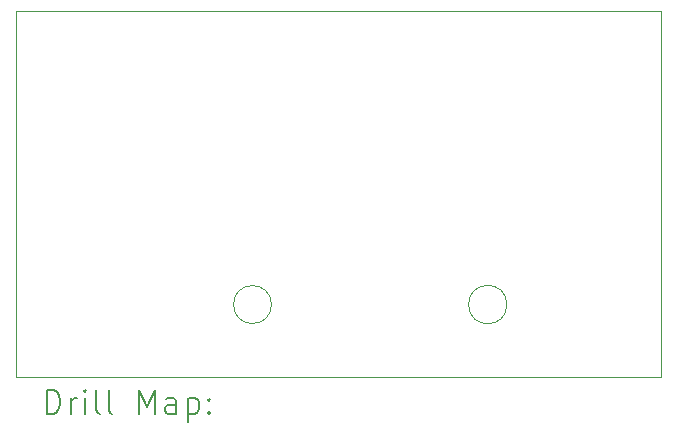
<source format=gbr>
%TF.GenerationSoftware,KiCad,Pcbnew,7.0.6+dfsg-1*%
%TF.CreationDate,2023-08-24T18:37:09+02:00*%
%TF.ProjectId,USB,5553422e-6b69-4636-9164-5f7063625858,rev?*%
%TF.SameCoordinates,Original*%
%TF.FileFunction,Drillmap*%
%TF.FilePolarity,Positive*%
%FSLAX45Y45*%
G04 Gerber Fmt 4.5, Leading zero omitted, Abs format (unit mm)*
G04 Created by KiCad (PCBNEW 7.0.6+dfsg-1) date 2023-08-24 18:37:09*
%MOMM*%
%LPD*%
G01*
G04 APERTURE LIST*
%ADD10C,0.050000*%
%ADD11C,0.200000*%
G04 APERTURE END LIST*
D10*
X17424400Y-7874000D02*
X11963400Y-7874000D01*
X17424400Y-10972800D02*
X17424400Y-7874000D01*
X14122400Y-10363200D02*
G75*
G03*
X14122400Y-10363200I-160644J0D01*
G01*
X11963400Y-10972800D02*
X17424400Y-10972800D01*
X16116300Y-10363200D02*
G75*
G03*
X16116300Y-10363200I-162639J0D01*
G01*
X11963400Y-7874000D02*
X11963400Y-10972800D01*
D11*
X12221677Y-11286784D02*
X12221677Y-11086784D01*
X12221677Y-11086784D02*
X12269296Y-11086784D01*
X12269296Y-11086784D02*
X12297867Y-11096308D01*
X12297867Y-11096308D02*
X12316915Y-11115355D01*
X12316915Y-11115355D02*
X12326439Y-11134403D01*
X12326439Y-11134403D02*
X12335962Y-11172498D01*
X12335962Y-11172498D02*
X12335962Y-11201069D01*
X12335962Y-11201069D02*
X12326439Y-11239165D01*
X12326439Y-11239165D02*
X12316915Y-11258212D01*
X12316915Y-11258212D02*
X12297867Y-11277260D01*
X12297867Y-11277260D02*
X12269296Y-11286784D01*
X12269296Y-11286784D02*
X12221677Y-11286784D01*
X12421677Y-11286784D02*
X12421677Y-11153450D01*
X12421677Y-11191546D02*
X12431201Y-11172498D01*
X12431201Y-11172498D02*
X12440724Y-11162974D01*
X12440724Y-11162974D02*
X12459772Y-11153450D01*
X12459772Y-11153450D02*
X12478820Y-11153450D01*
X12545486Y-11286784D02*
X12545486Y-11153450D01*
X12545486Y-11086784D02*
X12535962Y-11096308D01*
X12535962Y-11096308D02*
X12545486Y-11105831D01*
X12545486Y-11105831D02*
X12555010Y-11096308D01*
X12555010Y-11096308D02*
X12545486Y-11086784D01*
X12545486Y-11086784D02*
X12545486Y-11105831D01*
X12669296Y-11286784D02*
X12650248Y-11277260D01*
X12650248Y-11277260D02*
X12640724Y-11258212D01*
X12640724Y-11258212D02*
X12640724Y-11086784D01*
X12774058Y-11286784D02*
X12755010Y-11277260D01*
X12755010Y-11277260D02*
X12745486Y-11258212D01*
X12745486Y-11258212D02*
X12745486Y-11086784D01*
X13002629Y-11286784D02*
X13002629Y-11086784D01*
X13002629Y-11086784D02*
X13069296Y-11229641D01*
X13069296Y-11229641D02*
X13135962Y-11086784D01*
X13135962Y-11086784D02*
X13135962Y-11286784D01*
X13316915Y-11286784D02*
X13316915Y-11182022D01*
X13316915Y-11182022D02*
X13307391Y-11162974D01*
X13307391Y-11162974D02*
X13288343Y-11153450D01*
X13288343Y-11153450D02*
X13250248Y-11153450D01*
X13250248Y-11153450D02*
X13231201Y-11162974D01*
X13316915Y-11277260D02*
X13297867Y-11286784D01*
X13297867Y-11286784D02*
X13250248Y-11286784D01*
X13250248Y-11286784D02*
X13231201Y-11277260D01*
X13231201Y-11277260D02*
X13221677Y-11258212D01*
X13221677Y-11258212D02*
X13221677Y-11239165D01*
X13221677Y-11239165D02*
X13231201Y-11220117D01*
X13231201Y-11220117D02*
X13250248Y-11210593D01*
X13250248Y-11210593D02*
X13297867Y-11210593D01*
X13297867Y-11210593D02*
X13316915Y-11201069D01*
X13412153Y-11153450D02*
X13412153Y-11353450D01*
X13412153Y-11162974D02*
X13431201Y-11153450D01*
X13431201Y-11153450D02*
X13469296Y-11153450D01*
X13469296Y-11153450D02*
X13488343Y-11162974D01*
X13488343Y-11162974D02*
X13497867Y-11172498D01*
X13497867Y-11172498D02*
X13507391Y-11191546D01*
X13507391Y-11191546D02*
X13507391Y-11248688D01*
X13507391Y-11248688D02*
X13497867Y-11267736D01*
X13497867Y-11267736D02*
X13488343Y-11277260D01*
X13488343Y-11277260D02*
X13469296Y-11286784D01*
X13469296Y-11286784D02*
X13431201Y-11286784D01*
X13431201Y-11286784D02*
X13412153Y-11277260D01*
X13593105Y-11267736D02*
X13602629Y-11277260D01*
X13602629Y-11277260D02*
X13593105Y-11286784D01*
X13593105Y-11286784D02*
X13583582Y-11277260D01*
X13583582Y-11277260D02*
X13593105Y-11267736D01*
X13593105Y-11267736D02*
X13593105Y-11286784D01*
X13593105Y-11162974D02*
X13602629Y-11172498D01*
X13602629Y-11172498D02*
X13593105Y-11182022D01*
X13593105Y-11182022D02*
X13583582Y-11172498D01*
X13583582Y-11172498D02*
X13593105Y-11162974D01*
X13593105Y-11162974D02*
X13593105Y-11182022D01*
M02*

</source>
